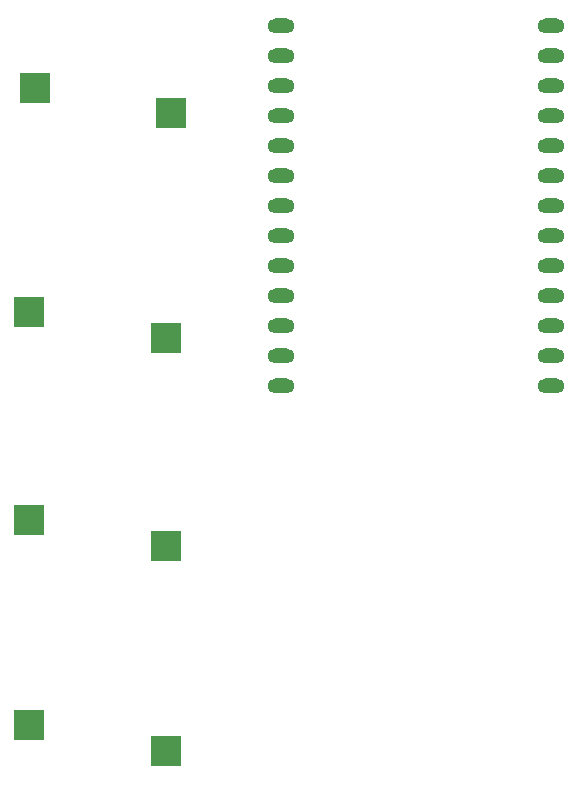
<source format=gbr>
%TF.GenerationSoftware,KiCad,Pcbnew,8.0.4*%
%TF.CreationDate,2024-11-06T19:34:02-07:00*%
%TF.ProjectId,MP3_Player,4d50335f-506c-4617-9965-722e6b696361,rev?*%
%TF.SameCoordinates,Original*%
%TF.FileFunction,Paste,Bot*%
%TF.FilePolarity,Positive*%
%FSLAX46Y46*%
G04 Gerber Fmt 4.6, Leading zero omitted, Abs format (unit mm)*
G04 Created by KiCad (PCBNEW 8.0.4) date 2024-11-06 19:34:02*
%MOMM*%
%LPD*%
G01*
G04 APERTURE LIST*
%ADD10R,2.600000X2.600000*%
%ADD11O,2.286000X1.270000*%
G04 APERTURE END LIST*
D10*
%TO.C,SW3*%
X104775000Y-119630000D03*
X93225000Y-117430000D03*
%TD*%
%TO.C,SW2*%
X104775000Y-101980000D03*
X93225000Y-99780000D03*
%TD*%
D11*
%TO.C,U1*%
X137401877Y-98410500D03*
X137401877Y-100950500D03*
X137401877Y-75550500D03*
X137401877Y-95870500D03*
X137401877Y-88250500D03*
X114541877Y-103490500D03*
X137401877Y-106030500D03*
X114541877Y-100950500D03*
X137401877Y-103490500D03*
X137401877Y-93330500D03*
X137401877Y-90790500D03*
X137401877Y-85710500D03*
X137401877Y-80630500D03*
X137401877Y-78090500D03*
X137401877Y-83170500D03*
X114541877Y-93330500D03*
X114541877Y-95870500D03*
X114541877Y-98410500D03*
X114541877Y-88250500D03*
X114541877Y-90790500D03*
X114541877Y-83170500D03*
X114541877Y-85710500D03*
X114541877Y-80630500D03*
X114541877Y-106030500D03*
X114541877Y-78090500D03*
X114541877Y-75550500D03*
%TD*%
D10*
%TO.C,SW5*%
X104775000Y-136950000D03*
X93225000Y-134750000D03*
%TD*%
%TO.C,SW1*%
X105275000Y-82980000D03*
X93725000Y-80780000D03*
%TD*%
M02*

</source>
